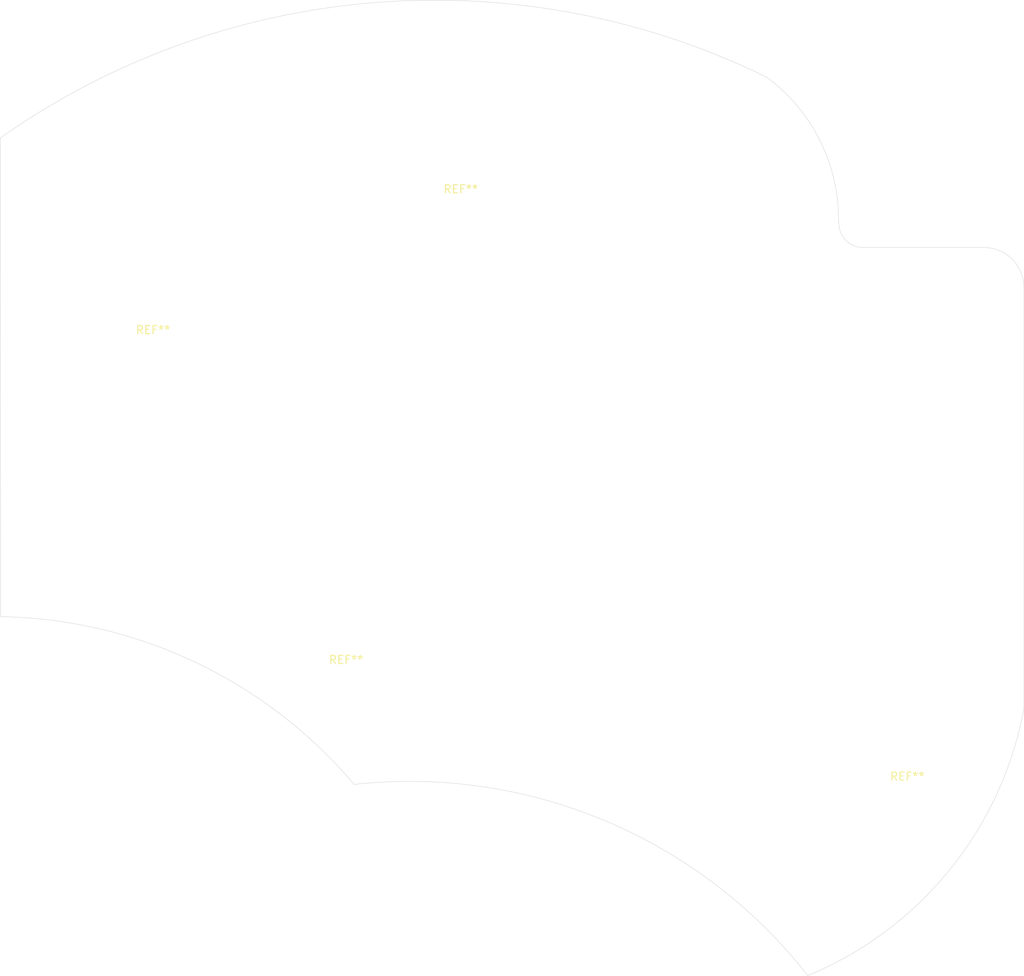
<source format=kicad_pcb>
(kicad_pcb (version 20171130) (host pcbnew 5.1.8)

  (general
    (thickness 1.6)
    (drawings 11)
    (tracks 0)
    (zones 0)
    (modules 4)
    (nets 1)
  )

  (page A4)
  (layers
    (0 F.Cu signal)
    (31 B.Cu signal)
    (32 B.Adhes user)
    (33 F.Adhes user)
    (34 B.Paste user)
    (35 F.Paste user)
    (36 B.SilkS user)
    (37 F.SilkS user)
    (38 B.Mask user)
    (39 F.Mask user)
    (40 Dwgs.User user)
    (41 Cmts.User user)
    (42 Eco1.User user)
    (43 Eco2.User user)
    (44 Edge.Cuts user)
    (45 Margin user)
    (46 B.CrtYd user)
    (47 F.CrtYd user)
    (48 B.Fab user)
    (49 F.Fab user)
  )

  (setup
    (last_trace_width 0.25)
    (trace_clearance 0.2)
    (zone_clearance 0.508)
    (zone_45_only no)
    (trace_min 0.2)
    (via_size 0.8)
    (via_drill 0.4)
    (via_min_size 0.4)
    (via_min_drill 0.3)
    (uvia_size 0.3)
    (uvia_drill 0.1)
    (uvias_allowed no)
    (uvia_min_size 0.2)
    (uvia_min_drill 0.1)
    (edge_width 0.05)
    (segment_width 0.2)
    (pcb_text_width 0.3)
    (pcb_text_size 1.5 1.5)
    (mod_edge_width 0.12)
    (mod_text_size 1 1)
    (mod_text_width 0.15)
    (pad_size 4 4)
    (pad_drill 4)
    (pad_to_mask_clearance 0)
    (aux_axis_origin 0 0)
    (visible_elements FFFFFF7F)
    (pcbplotparams
      (layerselection 0x010f0_ffffffff)
      (usegerberextensions false)
      (usegerberattributes true)
      (usegerberadvancedattributes true)
      (creategerberjobfile true)
      (excludeedgelayer true)
      (linewidth 0.100000)
      (plotframeref false)
      (viasonmask false)
      (mode 1)
      (useauxorigin false)
      (hpglpennumber 1)
      (hpglpenspeed 20)
      (hpglpendiameter 15.000000)
      (psnegative false)
      (psa4output false)
      (plotreference true)
      (plotvalue true)
      (plotinvisibletext false)
      (padsonsilk false)
      (subtractmaskfromsilk false)
      (outputformat 1)
      (mirror false)
      (drillshape 0)
      (scaleselection 1)
      (outputdirectory "../production files/gerbers/"))
  )

  (net 0 "")

  (net_class Default "This is the default net class."
    (clearance 0.2)
    (trace_width 0.25)
    (via_dia 0.8)
    (via_drill 0.4)
    (uvia_dia 0.3)
    (uvia_drill 0.1)
  )

  (net_class Power ""
    (clearance 0.2)
    (trace_width 0.381)
    (via_dia 0.8)
    (via_drill 0.4)
    (uvia_dia 0.3)
    (uvia_drill 0.1)
  )

  (net_class TRRSData ""
    (clearance 0.2)
    (trace_width 0.381)
    (via_dia 0.8)
    (via_drill 0.4)
    (uvia_dia 0.3)
    (uvia_drill 0.1)
  )

  (module MountingHole:MountingHole_2.2mm_M2_ISO7380 (layer F.Cu) (tedit 56D1B4CB) (tstamp 5FBCA389)
    (at 190.5 141.25)
    (descr "Mounting Hole 2.2mm, no annular, M2, ISO7380")
    (tags "mounting hole 2.2mm no annular m2 iso7380")
    (attr virtual)
    (fp_text reference REF** (at 0 -2.75) (layer F.SilkS)
      (effects (font (size 1 1) (thickness 0.15)))
    )
    (fp_text value MountingHole_2.2mm_M2_ISO7380 (at 0 2.75) (layer F.Fab)
      (effects (font (size 1 1) (thickness 0.15)))
    )
    (fp_text user %R (at 0.3 0) (layer F.Fab)
      (effects (font (size 1 1) (thickness 0.15)))
    )
    (fp_circle (center 0 0) (end 1.75 0) (layer Cmts.User) (width 0.15))
    (fp_circle (center 0 0) (end 2 0) (layer F.CrtYd) (width 0.05))
    (pad 1 np_thru_hole circle (at 0 0) (size 2.2 2.2) (drill 2.2) (layers *.Cu *.Mask))
  )

  (module MountingHole:MountingHole_2.2mm_M2_ISO7380 (layer F.Cu) (tedit 56D1B4CB) (tstamp 5FBCA36C)
    (at 120.75 126.75)
    (descr "Mounting Hole 2.2mm, no annular, M2, ISO7380")
    (tags "mounting hole 2.2mm no annular m2 iso7380")
    (attr virtual)
    (fp_text reference REF** (at 0 -2.75) (layer F.SilkS)
      (effects (font (size 1 1) (thickness 0.15)))
    )
    (fp_text value MountingHole_2.2mm_M2_ISO7380 (at 0 2.75) (layer F.Fab)
      (effects (font (size 1 1) (thickness 0.15)))
    )
    (fp_text user %R (at 0.3 0) (layer F.Fab)
      (effects (font (size 1 1) (thickness 0.15)))
    )
    (fp_circle (center 0 0) (end 1.75 0) (layer Cmts.User) (width 0.15))
    (fp_circle (center 0 0) (end 2 0) (layer F.CrtYd) (width 0.05))
    (pad 1 np_thru_hole circle (at 0 0) (size 2.2 2.2) (drill 2.2) (layers *.Cu *.Mask))
  )

  (module MountingHole:MountingHole_2.2mm_M2_ISO7380 (layer F.Cu) (tedit 56D1B4CB) (tstamp 5FBCA34F)
    (at 135 68.25)
    (descr "Mounting Hole 2.2mm, no annular, M2, ISO7380")
    (tags "mounting hole 2.2mm no annular m2 iso7380")
    (attr virtual)
    (fp_text reference REF** (at 0 -2.75) (layer F.SilkS)
      (effects (font (size 1 1) (thickness 0.15)))
    )
    (fp_text value MountingHole_2.2mm_M2_ISO7380 (at 0 2.75) (layer F.Fab)
      (effects (font (size 1 1) (thickness 0.15)))
    )
    (fp_text user %R (at 0.3 0) (layer F.Fab)
      (effects (font (size 1 1) (thickness 0.15)))
    )
    (fp_circle (center 0 0) (end 1.75 0) (layer Cmts.User) (width 0.15))
    (fp_circle (center 0 0) (end 2 0) (layer F.CrtYd) (width 0.05))
    (pad 1 np_thru_hole circle (at 0 0) (size 2.2 2.2) (drill 2.2) (layers *.Cu *.Mask))
  )

  (module MountingHole:MountingHole_2.2mm_M2_ISO7380 (layer F.Cu) (tedit 56D1B4CB) (tstamp 5FBCA332)
    (at 96.75 85.75)
    (descr "Mounting Hole 2.2mm, no annular, M2, ISO7380")
    (tags "mounting hole 2.2mm no annular m2 iso7380")
    (attr virtual)
    (fp_text reference REF** (at 0 -2.75) (layer F.SilkS)
      (effects (font (size 1 1) (thickness 0.15)))
    )
    (fp_text value MountingHole_2.2mm_M2_ISO7380 (at 0 2.75) (layer F.Fab)
      (effects (font (size 1 1) (thickness 0.15)))
    )
    (fp_text user %R (at 0.3 0) (layer F.Fab)
      (effects (font (size 1 1) (thickness 0.15)))
    )
    (fp_circle (center 0 0) (end 1.75 0) (layer Cmts.User) (width 0.15))
    (fp_circle (center 0 0) (end 2 0) (layer F.CrtYd) (width 0.05))
    (pad 1 np_thru_hole circle (at 0 0) (size 2.2 2.2) (drill 2.2) (layers *.Cu *.Mask))
  )

  (gr_arc (start 200 77.75) (end 205 77.75) (angle -90) (layer Edge.Cuts) (width 0.05))
  (gr_line (start 181.949314 69.605711) (end 182 69.75) (layer Edge.Cuts) (width 0.05) (tstamp 5FB41F40))
  (gr_arc (start 185 69.75) (end 182 69.75) (angle -90) (layer Edge.Cuts) (width 0.05))
  (gr_arc (start 76.786648 177.505299) (end 121.749255 139.493235) (angle -48.80720594) (layer Edge.Cuts) (width 0.05))
  (gr_arc (start 128.62912 201.939184) (end 178.128606 163.252882) (angle -58.27770953) (layer Edge.Cuts) (width 0.05))
  (gr_arc (start 161.082879 121.994641) (end 178.128606 163.252882) (angle -57.22152675) (layer Edge.Cuts) (width 0.05))
  (gr_line (start 205 77.75) (end 205 130) (layer Edge.Cuts) (width 0.05))
  (gr_line (start 185 72.75) (end 200 72.75) (layer Edge.Cuts) (width 0.05))
  (gr_arc (start 159.974067 69.267811) (end 181.949314 69.605711) (angle -54.41170618) (layer Edge.Cuts) (width 0.05))
  (gr_line (start 77.749541 59.145712) (end 77.794796 118.63649) (layer Edge.Cuts) (width 0.05))
  (gr_arc (start 131.7625 135.73125) (end 173.037499 51.593751) (angle -61.32490779) (layer Edge.Cuts) (width 0.05))

)

</source>
